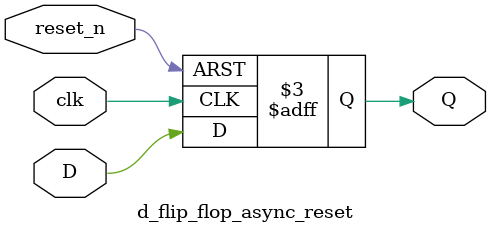
<source format=sv>
module d_flip_flop_async_reset (
    input  logic D,
    input  logic clk,
    input  logic reset_n,
    output logic Q
);

    always_ff @(posedge clk or negedge reset_n) begin
        if (!reset_n)
            Q <= 0;
        else
            Q <= D;
    end

endmodule

</source>
